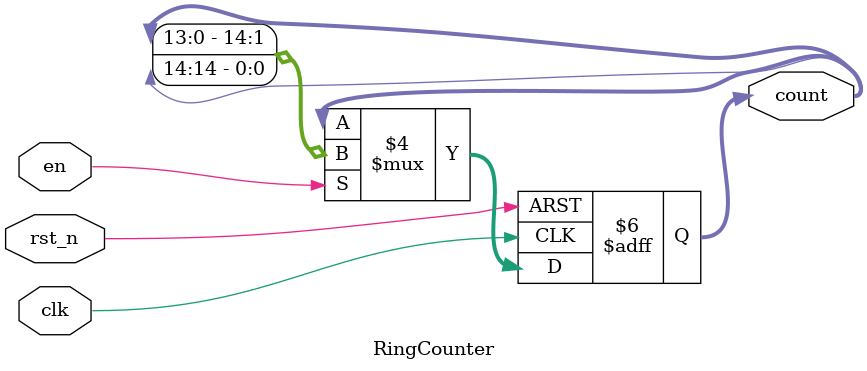
<source format=v>
`timescale 1ns / 1ps


module RingCounter( 
//WriteReg¸¦ °è»êÇÏ´Â WriteAddressCounter¿¡ »ç¿ëÇÏ´Â ¸ðµâ
    clk, rst_n, en, 
    count
);

input clk, rst_n; //1bit input
input en; //1bit input
output reg [14:0] count; //15bit output

//clk°¡ »ó½Â ¿§Áö°Å³ª rst_nÀÌ ÇÏ°­ ¿§Áö¸é µ¿ÀÛ
always @(posedge clk or negedge rst_n) begin
    //rst_nÀÌ 0ÀÏ ¶§, count ÃÊ±âÈ­
    if(!rst_n) count <= 15'b100_0000_0000_0000;
    else begin //rst_nÀÌ 1ÀÏ ¶§
        //enÀÌ 1ÀÏ ¶§, count¸¦ 1bit¾¿ left shift
        if(en) count <= {count[13:0], count[14]};
        else count <= count; //enÀÌ 0ÀÏ ¶§
    end
end

endmodule

</source>
